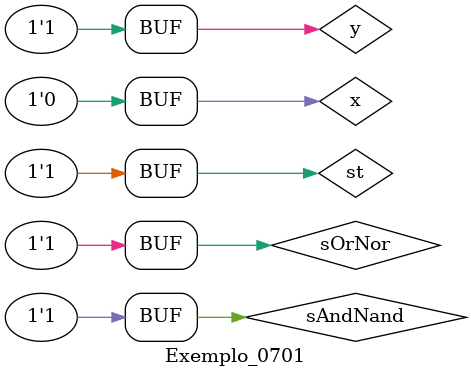
<source format=v>
module f7 ( output s, input a, input b );
// descrever por portas
endmodule // f7

// -------------------------
// multiplexer
// -------------------------
module mux ( output sf, input a, input b, input selectT, input select1, input select2);
// definir dados locais

wire sa;
wire sb;
wire sc;    
wire sd;
wire se;
wire sAN; //saida do grupo and/nand
wire sON; //saida do grupo or/nor
wire sf1;
wire sf2;
wire sf;  // saida final do grupo or

// descrever por portas
and  AND(sa, a, select1);
nand NAND1(sb, b, select1);
nand NAND2(sc, sa, sb);
nand NAND3(sAN, sc, sc);

nor NOR1 (sd, a, select2);
or  OR1 (se, b, select2);
nor NOR2 (sf, sd, se);
nor NOR3 (sON, sc, sf);

nand NAND1(sf1, sAN, selectT);
nand NAND2(sf2, sON, selectT);
nand NAND3(sf, sf1, sf2);

endmodule // mux


module Exemplo_0701;
// ------------------------- definir dados
reg x;
reg y;
reg st;
reg sAndNand;
reg sOrNor;
wire w;
wire z;
f7 modulo ( w, x, y );
mux MUX1 ( z, x, y, st , sAndNand, sOrNor);
// ------------------------- parte principal
initial
begin : main
$display("Exemplo_0703 - Gustavo Martins Lopes da Costa - 690773");
$display("Test LU's module");
$display("   x    y    s   sAnd/Nand sOr/nor  z");
x = 1'b0;
y = 1'b1; 
sAndNand = 1'b0;   //chave de grupo1
sOrNor = 1'b0;     //cahve de grupo 2 
st= 1'b0;  //chave total
// projetar testes do modulo
#1 $monitor("%4b %4b %4b %4b %4b %4b", x, y, st, sAndNand, sOrNor,  z); //entrada1, entrada2, saida, chave
#1 st = 1'b1;
#1 sAndNand = 1'b1;
#1 sOrNor = 1'b1;
end
endmodule // test_f7
</source>
